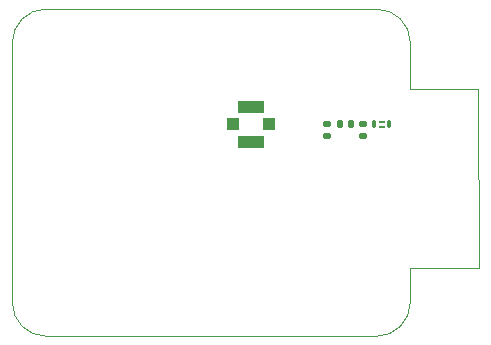
<source format=gbr>
%TF.GenerationSoftware,KiCad,Pcbnew,8.0.0*%
%TF.CreationDate,2024-03-10T12:34:59+00:00*%
%TF.ProjectId,MoveCritic_FBTM_RF,4d6f7665-4372-4697-9469-635f4642544d,rev?*%
%TF.SameCoordinates,PX7ee4219PY616af6f*%
%TF.FileFunction,Paste,Top*%
%TF.FilePolarity,Positive*%
%FSLAX46Y46*%
G04 Gerber Fmt 4.6, Leading zero omitted, Abs format (unit mm)*
G04 Created by KiCad (PCBNEW 8.0.0) date 2024-03-10 12:34:59*
%MOMM*%
%LPD*%
G01*
G04 APERTURE LIST*
G04 Aperture macros list*
%AMRoundRect*
0 Rectangle with rounded corners*
0 $1 Rounding radius*
0 $2 $3 $4 $5 $6 $7 $8 $9 X,Y pos of 4 corners*
0 Add a 4 corners polygon primitive as box body*
4,1,4,$2,$3,$4,$5,$6,$7,$8,$9,$2,$3,0*
0 Add four circle primitives for the rounded corners*
1,1,$1+$1,$2,$3*
1,1,$1+$1,$4,$5*
1,1,$1+$1,$6,$7*
1,1,$1+$1,$8,$9*
0 Add four rect primitives between the rounded corners*
20,1,$1+$1,$2,$3,$4,$5,0*
20,1,$1+$1,$4,$5,$6,$7,0*
20,1,$1+$1,$6,$7,$8,$9,0*
20,1,$1+$1,$8,$9,$2,$3,0*%
G04 Aperture macros list end*
%ADD10R,1.000000X1.000000*%
%ADD11R,2.200000X1.050000*%
%ADD12RoundRect,0.147500X-0.147500X-0.172500X0.147500X-0.172500X0.147500X0.172500X-0.147500X0.172500X0*%
%ADD13RoundRect,0.140000X-0.170000X0.140000X-0.170000X-0.140000X0.170000X-0.140000X0.170000X0.140000X0*%
%ADD14RoundRect,0.068750X-0.068750X-0.281250X0.068750X-0.281250X0.068750X0.281250X-0.068750X0.281250X0*%
%ADD15RoundRect,0.061250X-0.163750X-0.061250X0.163750X-0.061250X0.163750X0.061250X-0.163750X0.061250X0*%
%TA.AperFunction,Profile*%
%ADD16C,0.100000*%
%TD*%
G04 APERTURE END LIST*
D10*
%TO.C,J1*%
X21750000Y17910001D03*
D11*
X20250000Y16435001D03*
D10*
X18750000Y17910001D03*
D11*
X20250000Y19385001D03*
%TD*%
D12*
%TO.C,L3*%
X27767502Y17899999D03*
X28737502Y17899999D03*
%TD*%
D13*
%TO.C,C14*%
X26727501Y17904998D03*
X26727501Y16944998D03*
%TD*%
%TO.C,C15*%
X29777500Y17905000D03*
X29777500Y16945000D03*
%TD*%
D14*
%TO.C,FLT1*%
X30715000Y17900000D03*
D15*
X31327500Y18127500D03*
X31327500Y17672500D03*
D14*
X31940000Y17900000D03*
%TD*%
D16*
X33750002Y2819999D02*
X33750002Y5729999D01*
X2900001Y-30000D02*
X30900001Y-30002D01*
X33750002Y5729999D02*
X33822501Y5730000D01*
X33750002Y2819999D02*
G75*
G02*
X30900001Y-30004I-2850003J0D01*
G01*
X30900001Y27669999D02*
G75*
G02*
X33749999Y24820000I-2J-2850000D01*
G01*
X33750000Y24820000D02*
X33750002Y20929999D01*
X2900001Y-30000D02*
G75*
G02*
X50000Y2819999I-2J2849999D01*
G01*
X50001Y24819999D02*
X50001Y2819999D01*
X33750002Y20929999D02*
X33812502Y20930000D01*
X50001Y24819999D02*
G75*
G02*
X2900000Y27669997I2849998J0D01*
G01*
X30900001Y27669999D02*
X2900000Y27669998D01*
%TO.C,AE1*%
X39515001Y20930001D02*
X33815001Y20930001D01*
X39515001Y20930001D02*
X39525001Y5730001D01*
X39525001Y5730001D02*
X33825001Y5730001D01*
%TD*%
M02*

</source>
